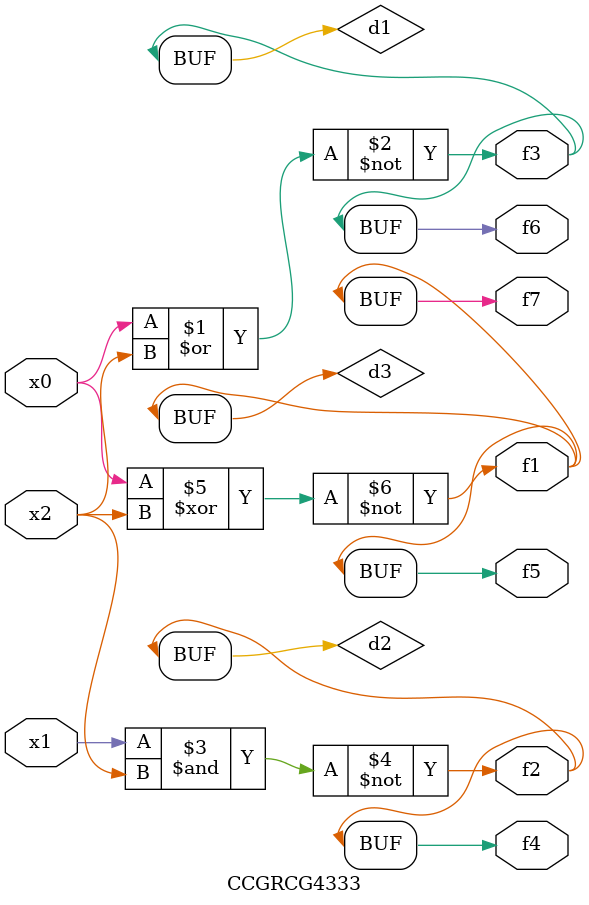
<source format=v>
module CCGRCG4333(
	input x0, x1, x2,
	output f1, f2, f3, f4, f5, f6, f7
);

	wire d1, d2, d3;

	nor (d1, x0, x2);
	nand (d2, x1, x2);
	xnor (d3, x0, x2);
	assign f1 = d3;
	assign f2 = d2;
	assign f3 = d1;
	assign f4 = d2;
	assign f5 = d3;
	assign f6 = d1;
	assign f7 = d3;
endmodule

</source>
